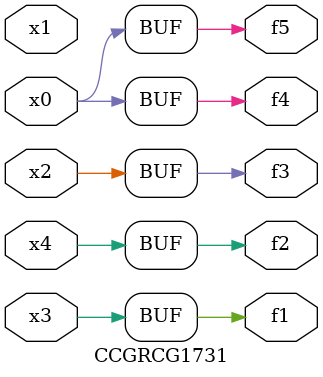
<source format=v>
module CCGRCG1731(
	input x0, x1, x2, x3, x4,
	output f1, f2, f3, f4, f5
);
	assign f1 = x3;
	assign f2 = x4;
	assign f3 = x2;
	assign f4 = x0;
	assign f5 = x0;
endmodule

</source>
